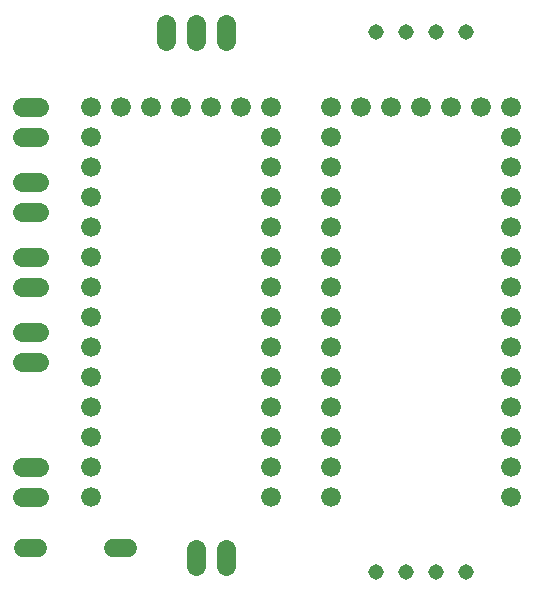
<source format=gbr>
G04 EAGLE Gerber RS-274X export*
G75*
%MOMM*%
%FSLAX34Y34*%
%LPD*%
%INSoldermask Top*%
%IPPOS*%
%AMOC8*
5,1,8,0,0,1.08239X$1,22.5*%
G01*
%ADD10C,1.625600*%
%ADD11C,1.676400*%
%ADD12C,1.311200*%
%ADD13C,1.524000*%


D10*
X69088Y127000D02*
X83312Y127000D01*
X83312Y152400D02*
X69088Y152400D01*
X69088Y431800D02*
X83312Y431800D01*
X83312Y457200D02*
X69088Y457200D01*
X69088Y368300D02*
X83312Y368300D01*
X83312Y393700D02*
X69088Y393700D01*
X69088Y304800D02*
X83312Y304800D01*
X83312Y330200D02*
X69088Y330200D01*
X69088Y241300D02*
X83312Y241300D01*
X83312Y266700D02*
X69088Y266700D01*
X241300Y83312D02*
X241300Y69088D01*
X215900Y69088D02*
X215900Y83312D01*
X190500Y513588D02*
X190500Y527812D01*
X215900Y527812D02*
X215900Y513588D01*
X241300Y513588D02*
X241300Y527812D01*
D11*
X279400Y127000D03*
X279400Y152400D03*
X279400Y177800D03*
X279400Y203200D03*
X279400Y228600D03*
X279400Y254000D03*
X279400Y279400D03*
X279400Y304800D03*
X279400Y330200D03*
X279400Y355600D03*
X279400Y381000D03*
X279400Y406400D03*
X279400Y431800D03*
X279400Y457200D03*
X254000Y457200D03*
X228600Y457200D03*
X203200Y457200D03*
X177800Y457200D03*
X152400Y457200D03*
X127000Y457200D03*
X127000Y431800D03*
X127000Y406400D03*
X127000Y381000D03*
X127000Y355600D03*
X127000Y330200D03*
X127000Y304800D03*
X127000Y279400D03*
X127000Y254000D03*
X127000Y228600D03*
X127000Y203200D03*
X127000Y177800D03*
X127000Y152400D03*
X127000Y127000D03*
X482600Y127000D03*
X482600Y152400D03*
X482600Y177800D03*
X482600Y203200D03*
X482600Y228600D03*
X482600Y254000D03*
X482600Y279400D03*
X482600Y304800D03*
X482600Y330200D03*
X482600Y355600D03*
X482600Y381000D03*
X482600Y406400D03*
X482600Y431800D03*
X482600Y457200D03*
X457200Y457200D03*
X431800Y457200D03*
X406400Y457200D03*
X381000Y457200D03*
X355600Y457200D03*
X330200Y457200D03*
X330200Y431800D03*
X330200Y406400D03*
X330200Y381000D03*
X330200Y355600D03*
X330200Y330200D03*
X330200Y304800D03*
X330200Y279400D03*
X330200Y254000D03*
X330200Y228600D03*
X330200Y203200D03*
X330200Y177800D03*
X330200Y152400D03*
X330200Y127000D03*
D12*
X444500Y63500D03*
X419100Y63500D03*
X393700Y63500D03*
X368300Y63500D03*
X419100Y520700D03*
X393700Y520700D03*
X368300Y520700D03*
X444500Y520700D03*
D13*
X158704Y84000D02*
X145496Y84000D01*
X82504Y84000D02*
X69296Y84000D01*
M02*

</source>
